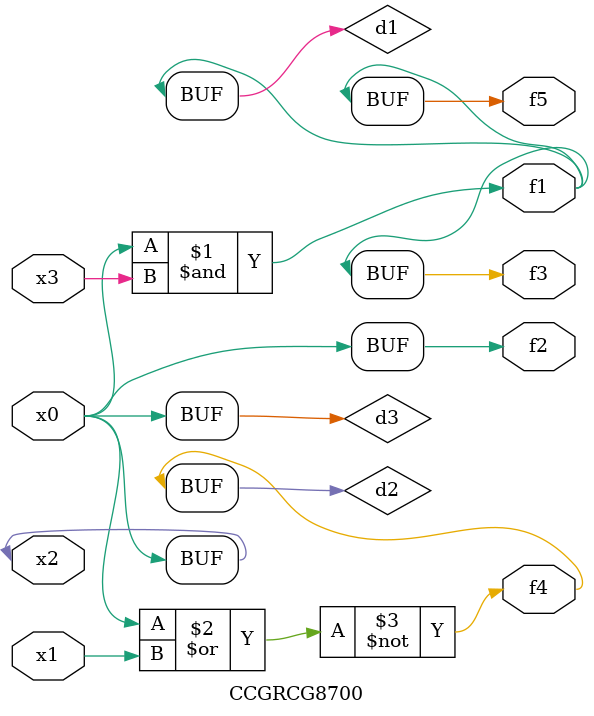
<source format=v>
module CCGRCG8700(
	input x0, x1, x2, x3,
	output f1, f2, f3, f4, f5
);

	wire d1, d2, d3;

	and (d1, x2, x3);
	nor (d2, x0, x1);
	buf (d3, x0, x2);
	assign f1 = d1;
	assign f2 = d3;
	assign f3 = d1;
	assign f4 = d2;
	assign f5 = d1;
endmodule

</source>
